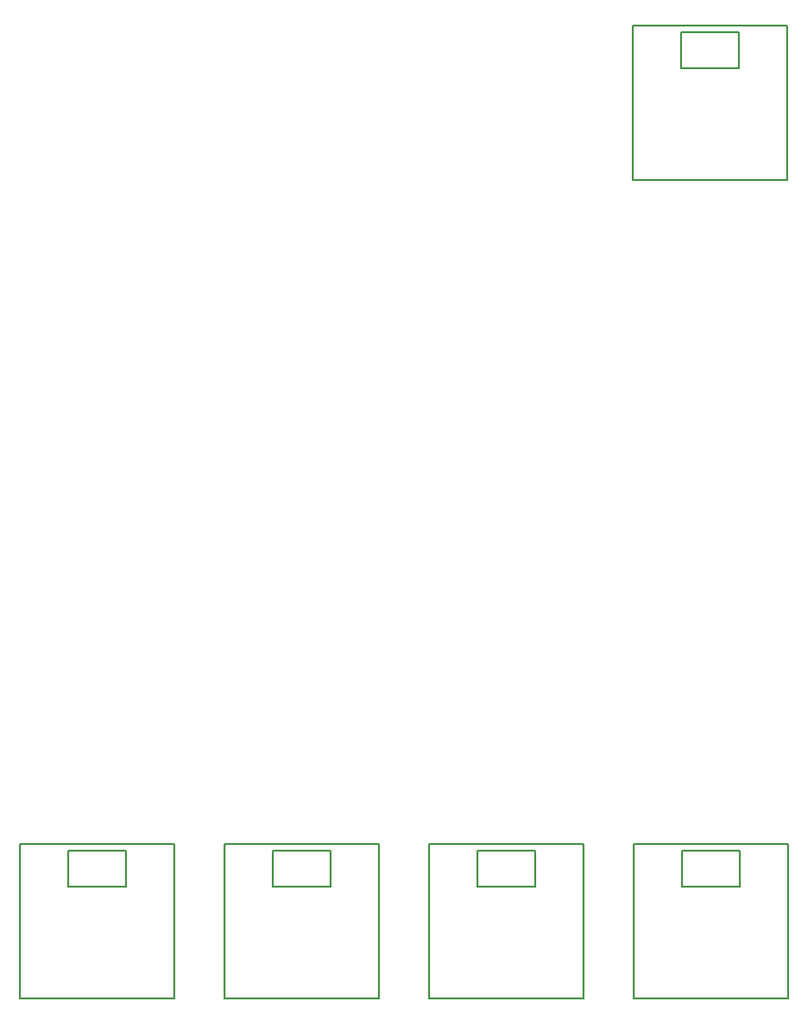
<source format=gbr>
%TF.GenerationSoftware,KiCad,Pcbnew,8.0.7*%
%TF.CreationDate,2024-12-12T20:06:27+02:00*%
%TF.ProjectId,circuit diagram,63697263-7569-4742-9064-69616772616d,rev?*%
%TF.SameCoordinates,Original*%
%TF.FileFunction,Other,ECO2*%
%FSLAX46Y46*%
G04 Gerber Fmt 4.6, Leading zero omitted, Abs format (unit mm)*
G04 Created by KiCad (PCBNEW 8.0.7) date 2024-12-12 20:06:27*
%MOMM*%
%LPD*%
G01*
G04 APERTURE LIST*
%ADD10C,0.150000*%
G04 APERTURE END LIST*
D10*
%TO.C,SW3*%
X101300000Y-31904000D02*
X101300000Y-45704000D01*
X87500000Y-45704000D02*
X101300000Y-45704000D01*
X97000000Y-32504000D02*
X97000000Y-35704000D01*
X91800000Y-35704000D02*
X97000000Y-35704000D01*
X97000000Y-32504000D02*
X91800000Y-32504000D01*
X91800000Y-32504000D02*
X91800000Y-35704000D01*
X101300000Y-31904000D02*
X87500000Y-31904000D01*
X87500000Y-45704000D02*
X87500000Y-31904000D01*
%TO.C,SW2*%
X64812000Y-105114000D02*
X64812000Y-118914000D01*
X51012000Y-118914000D02*
X64812000Y-118914000D01*
X60512000Y-105714000D02*
X60512000Y-108914000D01*
X55312000Y-108914000D02*
X60512000Y-108914000D01*
X60512000Y-105714000D02*
X55312000Y-105714000D01*
X55312000Y-105714000D02*
X55312000Y-108914000D01*
X64812000Y-105114000D02*
X51012000Y-105114000D01*
X51012000Y-118914000D02*
X51012000Y-105114000D01*
%TO.C,SW4*%
X83100000Y-105114000D02*
X83100000Y-118914000D01*
X69300000Y-118914000D02*
X83100000Y-118914000D01*
X78800000Y-105714000D02*
X78800000Y-108914000D01*
X73600000Y-108914000D02*
X78800000Y-108914000D01*
X78800000Y-105714000D02*
X73600000Y-105714000D01*
X73600000Y-105714000D02*
X73600000Y-108914000D01*
X83100000Y-105114000D02*
X69300000Y-105114000D01*
X69300000Y-118914000D02*
X69300000Y-105114000D01*
%TO.C,SW1*%
X101388000Y-105114000D02*
X101388000Y-118914000D01*
X87588000Y-118914000D02*
X101388000Y-118914000D01*
X97088000Y-105714000D02*
X97088000Y-108914000D01*
X91888000Y-108914000D02*
X97088000Y-108914000D01*
X97088000Y-105714000D02*
X91888000Y-105714000D01*
X91888000Y-105714000D02*
X91888000Y-108914000D01*
X101388000Y-105114000D02*
X87588000Y-105114000D01*
X87588000Y-118914000D02*
X87588000Y-105114000D01*
%TO.C,SW5*%
X46524000Y-105114000D02*
X46524000Y-118914000D01*
X32724000Y-118914000D02*
X46524000Y-118914000D01*
X42224000Y-105714000D02*
X42224000Y-108914000D01*
X37024000Y-108914000D02*
X42224000Y-108914000D01*
X42224000Y-105714000D02*
X37024000Y-105714000D01*
X37024000Y-105714000D02*
X37024000Y-108914000D01*
X46524000Y-105114000D02*
X32724000Y-105114000D01*
X32724000Y-118914000D02*
X32724000Y-105114000D01*
%TD*%
M02*

</source>
